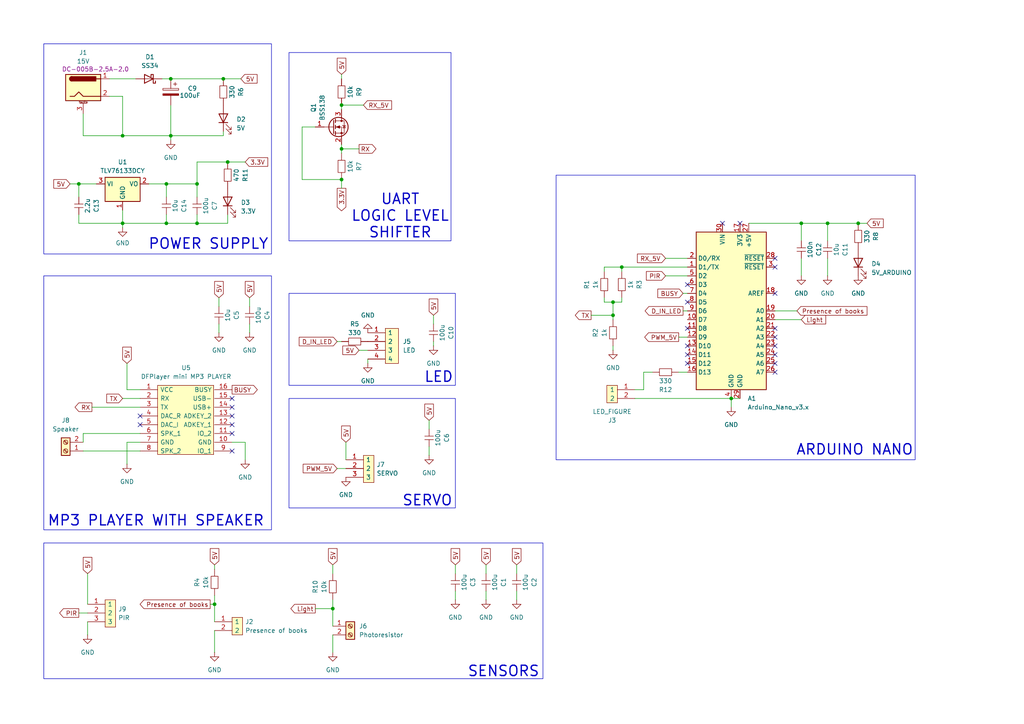
<source format=kicad_sch>
(kicad_sch (version 20231120) (generator "eeschema") (generator_version "8.0")
  (paper "A4")
  (title_block (title "Strażnik książek - PROJEKT SEM") (date "30.03.2025") (company "Politechnika Wrocławska"))
  (lib_symbols
    (symbol "Connector:Barrel_Jack_MountingPin" (pin_names hide)
      (property "Reference" "J2" (at 0 10.16 0))
      (property "Value" "15V" (at 0 7.62 0))
      (property "P/N" "DC-005B-2.5A-2.0" (at 3.556 5.334 0))
      (symbol "Barrel_Jack_MountingPin_0_1"
        (rectangle (start -5.08 3.81) (end 5.08 -3.81) (stroke (width 0.254)) (fill (type background)))
        (arc (start -3.302 3.175) (mid -3.9343 2.54) (end -3.302 1.905) (stroke (width 0.254)))
        (arc (start -3.302 3.175) (mid -3.9343 2.54) (end -3.302 1.905) (stroke (width 0.254)) (fill (type outline)))
        (polyline (pts (xy 5.08 2.54) (xy 3.81 2.54)) (stroke (width 0.254)))
        (polyline (pts (xy -3.81 -2.54) (xy -2.54 -2.54) (xy -1.27 -1.27) (xy 0 -2.54) (xy 2.54 -2.54) (xy 5.08 -2.54)) (stroke (width 0.254)))
        (rectangle (start 3.683 3.175) (end -3.302 1.905) (stroke (width 0.254)) (fill (type outline)))
      )
      (symbol "Barrel_Jack_MountingPin_1_1"
        (polyline (pts (xy -1.016 -4.572) (xy 1.016 -4.572)) (stroke (width 0.1524)))
        (text "Mounting" (at 0 -4.191 0) (effects (font (size 0.381 0.381))))
        (pin passive line (at 7.62 2.54 180) (length 2.54) (name "~") (number "1"))
        (pin passive line (at 7.62 -2.54 180) (length 2.54) (name "~") (number "2"))
        (pin passive line (at 0 -7.62 90) (length 3.048) (name "MountPin") (number "3"))
      )
    )
    (symbol "DFPlayer mini MP3 PLAYER_1" (pin_names (offset 0.762))
      (property "Reference" "U5" (at 13.335 6.35 0))
      (property "Value" "DFPlayer mini MP3 PLAYER" (at 13.335 3.81 0))
      (symbol "DFPlayer mini MP3 PLAYER_1_1_0"
        (pin passive line (at 0 0 0) (length 5.08) (name "VCC") (number "1"))
        (pin passive line (at 26.67 -15.24 180) (length 5.08) (name "GND") (number "10"))
        (pin passive line (at 26.67 -12.7 180) (length 5.08) (name "IO_2") (number "11"))
        (pin passive line (at 26.67 -10.16 180) (length 5.08) (name "ADKEY_1") (number "12"))
        (pin passive line (at 26.67 -7.62 180) (length 5.08) (name "ADKEY_2") (number "13"))
        (pin passive line (at 26.67 -5.08 180) (length 5.08) (name "USB+") (number "14"))
        (pin passive line (at 26.67 -2.54 180) (length 5.08) (name "USB-") (number "15"))
        (pin passive line (at 26.67 0 180) (length 5.08) (name "BUSY") (number "16"))
        (pin passive line (at 0 -2.54 0) (length 5.08) (name "RX") (number "2"))
        (pin passive line (at 0 -5.08 0) (length 5.08) (name "TX") (number "3"))
        (pin passive line (at 0 -7.62 0) (length 5.08) (name "DAC_R") (number "4"))
        (pin passive line (at 0 -10.16 0) (length 5.08) (name "DAC_I") (number "5"))
        (pin passive line (at 0 -12.7 0) (length 5.08) (name "SPK_1") (number "6"))
        (pin passive line (at 0 -15.24 0) (length 5.08) (name "GND") (number "7"))
        (pin passive line (at 0 -17.78 0) (length 5.08) (name "SPK_2") (number "8"))
        (pin passive line (at 26.67 -17.78 180) (length 5.08) (name "IO_1") (number "9"))
      )
      (symbol "DFPlayer mini MP3 PLAYER_1_1_1"
        (rectangle (start 5.08 1.27) (end 21.336 -18.796) (fill (type background)))
      )
    )
    (symbol "Device:C_Polarized" (pin_numbers hide) (pin_names (offset 0.254))
      (property "Reference" "C" (at 0.635 2.54 0))
      (property "Value" "C_Polarized" (at 0.635 -2.54 0))
      (symbol "C_Polarized_0_1"
        (rectangle (start -2.286 0.508) (end 2.286 1.016))
        (polyline (pts (xy -1.778 2.286) (xy -0.762 2.286)))
        (polyline (pts (xy -1.27 2.794) (xy -1.27 1.778)))
        (rectangle (start 2.286 -0.508) (end -2.286 -1.016) (fill (type outline)))
      )
      (symbol "C_Polarized_1_1"
        (pin passive line (at 0 3.81 270) (length 2.794) (name "~") (number "1"))
        (pin passive line (at 0 -3.81 90) (length 2.794) (name "~") (number "2"))
      )
    )
    (symbol "Diode:SS34" (pin_numbers hide) (pin_names (offset 1.016) hide)
      (property "Reference" "D" (at 0 2.54 0))
      (property "Value" "SS34" (at 0 -2.54 0))
      (symbol "SS34_0_1"
        (polyline (pts (xy 1.27 0) (xy -1.27 0)))
        (polyline (pts (xy 1.27 1.27) (xy 1.27 -1.27) (xy -1.27 0) (xy 1.27 1.27)) (stroke (width 0.254)))
        (polyline (pts (xy -1.905 0.635) (xy -1.905 1.27) (xy -1.27 1.27) (xy -1.27 -1.27) (xy -0.635 -1.27) (xy -0.635 -0.635)) (stroke (width 0.254)))
      )
      (symbol "SS34_1_1"
        (pin passive line (at -3.81 0 0) (length 2.54) (name "K") (number "1"))
        (pin passive line (at 3.81 0 180) (length 2.54) (name "A") (number "2"))
      )
    )
    (symbol "MCU_Module:Arduino_Nano_v3.x"
      (property "Reference" "A" (at -10.16 23.495 0))
      (property "Value" "Arduino_Nano_v3.x" (at 5.08 -24.13 0))
      (symbol "Arduino_Nano_v3.x_0_1"
        (rectangle (start -10.16 22.86) (end 10.16 -22.86) (stroke (width 0.254)) (fill (type background)))
      )
      (symbol "Arduino_Nano_v3.x_1_1"
        (pin bidirectional line (at -12.7 12.7 0) (length 2.54) (name "D1/TX") (number "1"))
        (pin bidirectional line (at -12.7 -2.54 0) (length 2.54) (name "D7") (number "10"))
        (pin bidirectional line (at -12.7 -5.08 0) (length 2.54) (name "D8") (number "11"))
        (pin bidirectional line (at -12.7 -7.62 0) (length 2.54) (name "D9") (number "12"))
        (pin bidirectional line (at -12.7 -10.16 0) (length 2.54) (name "D10") (number "13"))
        (pin bidirectional line (at -12.7 -12.7 0) (length 2.54) (name "D11") (number "14"))
        (pin bidirectional line (at -12.7 -15.24 0) (length 2.54) (name "D12") (number "15"))
        (pin bidirectional line (at -12.7 -17.78 0) (length 2.54) (name "D13") (number "16"))
        (pin power_out line (at 2.54 25.4 270) (length 2.54) (name "3V3") (number "17"))
        (pin input line (at 12.7 5.08 180) (length 2.54) (name "AREF") (number "18"))
        (pin bidirectional line (at 12.7 0 180) (length 2.54) (name "A0") (number "19"))
        (pin bidirectional line (at -12.7 15.24 0) (length 2.54) (name "D0/RX") (number "2"))
        (pin bidirectional line (at 12.7 -2.54 180) (length 2.54) (name "A1") (number "20"))
        (pin bidirectional line (at 12.7 -5.08 180) (length 2.54) (name "A2") (number "21"))
        (pin bidirectional line (at 12.7 -7.62 180) (length 2.54) (name "A3") (number "22"))
        (pin bidirectional line (at 12.7 -10.16 180) (length 2.54) (name "A4") (number "23"))
        (pin bidirectional line (at 12.7 -12.7 180) (length 2.54) (name "A5") (number "24"))
        (pin bidirectional line (at 12.7 -15.24 180) (length 2.54) (name "A6") (number "25"))
        (pin bidirectional line (at 12.7 -17.78 180) (length 2.54) (name "A7") (number "26"))
        (pin power_out line (at 5.08 25.4 270) (length 2.54) (name "+5V") (number "27"))
        (pin input line (at 12.7 15.24 180) (length 2.54) (name "~{RESET}") (number "28"))
        (pin power_in line (at 2.54 -25.4 90) (length 2.54) (name "GND") (number "29"))
        (pin input line (at 12.7 12.7 180) (length 2.54) (name "~{RESET}") (number "3"))
        (pin power_in line (at -2.54 25.4 270) (length 2.54) (name "VIN") (number "30"))
        (pin power_in line (at 0 -25.4 90) (length 2.54) (name "GND") (number "4"))
        (pin bidirectional line (at -12.7 10.16 0) (length 2.54) (name "D2") (number "5"))
        (pin bidirectional line (at -12.7 7.62 0) (length 2.54) (name "D3") (number "6"))
        (pin bidirectional line (at -12.7 5.08 0) (length 2.54) (name "D4") (number "7"))
        (pin bidirectional line (at -12.7 2.54 0) (length 2.54) (name "D5") (number "8"))
        (pin bidirectional line (at -12.7 0 0) (length 2.54) (name "D6") (number "9"))
      )
    )
    (symbol "Regulator_Linear:TLV76133DCY"
      (property "Reference" "U" (at -7.62 6.35 0))
      (property "Value" "TLV76133DCY" (at -1.27 6.35 0))
      (symbol "TLV76133DCY_0_1"
        (rectangle (start -5.08 -5.08) (end 5.08 1.905) (stroke (width 0.254)) (fill (type background)))
      )
      (symbol "TLV76133DCY_1_1"
        (pin power_in line (at 0 -7.62 90) (length 2.54) (name "GND") (number "1"))
        (pin power_out line (at 7.62 0 180) (length 2.54) (name "VO") (number "2"))
        (pin power_in line (at -7.62 0 0) (length 2.54) (name "VI") (number "3"))
      )
    )
    (symbol "Transistor_FET:BSS138" (pin_names hide)
      (property "Reference" "Q" (at 5.08 1.905 0))
      (property "Value" "BSS138" (at 5.08 0 0))
      (symbol "BSS138_0_1"
        (polyline (pts (xy 0.254 0) (xy -2.54 0)))
        (polyline (pts (xy 0.254 1.905) (xy 0.254 -1.905)) (stroke (width 0.254)))
        (polyline (pts (xy 0.762 -1.27) (xy 0.762 -2.286)) (stroke (width 0.254)))
        (polyline (pts (xy 0.762 0.508) (xy 0.762 -0.508)) (stroke (width 0.254)))
        (polyline (pts (xy 0.762 2.286) (xy 0.762 1.27)) (stroke (width 0.254)))
        (polyline (pts (xy 2.54 2.54) (xy 2.54 1.778)))
        (polyline (pts (xy 2.54 -2.54) (xy 2.54 0) (xy 0.762 0)))
        (polyline (pts (xy 0.762 -1.778) (xy 3.302 -1.778) (xy 3.302 1.778) (xy 0.762 1.778)))
        (polyline (pts (xy 1.016 0) (xy 2.032 0.381) (xy 2.032 -0.381) (xy 1.016 0)) (fill (type outline)))
        (polyline (pts (xy 2.794 0.508) (xy 2.921 0.381) (xy 3.683 0.381) (xy 3.81 0.254)))
        (polyline (pts (xy 3.302 0.381) (xy 2.921 -0.254) (xy 3.683 -0.254) (xy 3.302 0.381)))
        (circle (center 1.651 0) (radius 2.794) (stroke (width 0.254)))
        (circle (center 2.54 -1.778) (radius 0.254) (fill (type outline)))
        (circle (center 2.54 1.778) (radius 0.254) (fill (type outline)))
      )
      (symbol "BSS138_1_1"
        (pin input line (at -5.08 0 0) (length 2.54) (name "G") (number "1"))
        (pin passive line (at 2.54 -5.08 90) (length 2.54) (name "S") (number "2"))
        (pin passive line (at 2.54 5.08 270) (length 2.54) (name "D") (number "3"))
      )
    )
    (symbol "moja_biblioteka:LED_SMD" (pin_numbers hide) (pin_names (offset 1.016) hide)
      (property "Reference" "D" (at 0 2.54 0))
      (property "Value" "LED_SMD" (at 0 -2.54 0))
      (symbol "LED_SMD_0_1"
        (polyline (pts (xy -1.27 -1.27) (xy -1.27 1.27)) (stroke (width 0.254)))
        (polyline (pts (xy -1.27 0) (xy 1.27 0)))
        (polyline (pts (xy 1.27 -1.27) (xy 1.27 1.27) (xy -1.27 0) (xy 1.27 -1.27)) (stroke (width 0.254)))
        (polyline (pts (xy -3.048 -0.762) (xy -4.572 -2.286) (xy -3.81 -2.286) (xy -4.572 -2.286) (xy -4.572 -1.524)))
        (polyline (pts (xy -1.778 -0.762) (xy -3.302 -2.286) (xy -2.54 -2.286) (xy -3.302 -2.286) (xy -3.302 -1.524)))
      )
      (symbol "LED_SMD_1_1"
        (pin passive line (at -3.81 0 0) (length 2.54) (name "K") (number "1"))
        (pin passive line (at 3.81 0 180) (length 2.54) (name "A") (number "2"))
      )
    )
    (symbol "moja_biblioteka:Screw_Terminal_01x02" (pin_names (offset 1.016) hide)
      (property "Reference" "J2" (at 2.54 0.0001 0))
      (property "Value" "Screw_Terminal_01x02" (at 2.54 -2.5399 0))
      (symbol "Screw_Terminal_01x02_1_1"
        (rectangle (start -1.27 1.27) (end 1.27 -3.81) (stroke (width 0.254)) (fill (type background)))
        (circle (center 0 -2.54) (radius 0.635) (stroke (width 0.1524)))
        (polyline (pts (xy -0.5334 -2.2098) (xy 0.3302 -3.048)) (stroke (width 0.1524)))
        (polyline (pts (xy -0.5334 0.3302) (xy 0.3302 -0.508)) (stroke (width 0.1524)))
        (polyline (pts (xy -0.3556 -2.032) (xy 0.508 -2.8702)) (stroke (width 0.1524)))
        (polyline (pts (xy -0.3556 0.508) (xy 0.508 -0.3302)) (stroke (width 0.1524)))
        (circle (center 0 0) (radius 0.635) (stroke (width 0.1524)))
        (pin passive line (at -5.08 0 0) (length 3.81) (name "Pin_1") (number "1"))
        (pin passive line (at -5.08 -2.54 0) (length 3.81) (name "Pin_2") (number "2"))
      )
    )
    (symbol "moja_biblioteka:cap_0603" (pin_numbers hide) (pin_names hide)
      (property "Reference" "C" (at 0.508 3.556 0))
      (symbol "cap_0603_0_1"
        (polyline (pts (xy 0.762 1.27) (xy 0.762 -1.27)))
        (polyline (pts (xy 1.778 1.27) (xy 1.778 -1.27)))
      )
      (symbol "cap_0603_1_1"
        (pin input line (at -1.27 0 0) (length 2) (name "") (number "1"))
        (pin output line (at 3.81 0 180) (length 2) (name "") (number "2"))
      )
    )
    (symbol "moja_biblioteka:pin_con_2_female" (pin_names (offset 0.762))
      (property "Reference" "J" (at 16.51 7.62 0))
      (property "Value" "pin_con_8_female" (at 16.51 5.08 0))
      (symbol "pin_con_2_female_0_0"
        (pin passive line (at 0 0 0) (length 5.08) (name "1") (number "1"))
        (pin passive line (at 0 -2.54 0) (length 5.08) (name "2") (number "2"))
      )
      (symbol "pin_con_2_female_1_1"
        (rectangle (start 5.08 1.27) (end 8.128 -3.81) (fill (type background)))
      )
    )
    (symbol "moja_biblioteka:pin_con_3_female" (pin_names (offset 0.762))
      (property "Reference" "J" (at 16.51 7.62 0))
      (property "Value" "pin_con_8_female" (at 16.51 5.08 0))
      (symbol "pin_con_3_female_0_0"
        (pin passive line (at 0 0 0) (length 5.08) (name "1") (number "1"))
        (pin passive line (at 0 -2.54 0) (length 5.08) (name "2") (number "2"))
        (pin passive line (at 0 -5.08 0) (length 5.08) (name "3") (number "3"))
      )
      (symbol "pin_con_3_female_1_1"
        (rectangle (start 5.08 1.27) (end 8.128 -6.604) (fill (type background)))
      )
    )
    (symbol "moja_biblioteka:pin_con_4_female" (pin_names (offset 0.762))
      (property "Reference" "J" (at 16.51 7.62 0))
      (property "Value" "pin_con_8_female" (at 16.51 5.08 0))
      (symbol "pin_con_4_female_0_0"
        (pin passive line (at 0 0 0) (length 5.08) (name "1") (number "1"))
        (pin passive line (at 0 -2.54 0) (length 5.08) (name "2") (number "2"))
        (pin passive line (at 0 -5.08 0) (length 5.08) (name "3") (number "3"))
        (pin passive line (at 0 -7.62 0) (length 5.08) (name "4") (number "4"))
      )
      (symbol "pin_con_4_female_1_1"
        (rectangle (start 5.08 1.27) (end 8.89 -8.89) (fill (type background)))
      )
    )
    (symbol "moja_biblioteka:res_0603" (pin_numbers hide) (pin_names hide)
      (property "Reference" "R" (at 0.254 3.048 0))
      (symbol "res_0603_0_1"
        (polyline (pts (xy 1.27 -1.016) (xy 4.318 -1.016) (xy 4.318 1.016) (xy 0.762 1.016) (xy 0.762 -1.016) (xy 1.27 -1.016)))
      )
      (symbol "res_0603_1_1"
        (pin input line (at -1.27 0 0) (length 2) (name "") (number "1"))
        (pin output line (at 6.35 0 180) (length 2) (name "") (number "2"))
      )
    )
    (symbol "power:GND" (power) (pin_numbers hide) (pin_names (offset 0) hide)
      (property "Value" "GND" (at 0 -3.81 0))
      (symbol "GND_0_1"
        (polyline (pts (xy 0 0) (xy 0 -1.27) (xy 1.27 -1.27) (xy 0 -2.54) (xy -1.27 -1.27) (xy 0 -1.27)))
      )
      (symbol "GND_1_1"
        (pin power_in line (at 0 0 270) (length 0) (name "~") (number "1"))
      )
    )
  )
  (junction (at 99.06 43.18))
  (junction (at 49.53 39.37))
  (junction (at 48.26 64.77))
  (junction (at 212.09 115.57))
  (junction (at 35.56 39.37))
  (junction (at 35.56 64.77))
  (junction (at 177.8 91.44))
  (junction (at 66.04 46.99))
  (junction (at 248.92 64.77))
  (junction (at 57.15 64.77))
  (junction (at 49.53 22.86))
  (junction (at 96.52 176.53))
  (junction (at 62.23 175.26))
  (junction (at 180.34 77.47))
  (junction (at 240.03 64.77))
  (junction (at 22.86 53.34))
  (junction (at 99.06 52.07))
  (junction (at 232.41 64.77))
  (junction (at 48.26 53.34))
  (junction (at 177.8 87.63))
  (junction (at 64.77 22.86))
  (junction (at 57.15 53.34))
  (junction (at 99.06 30.48))
  (no_connect (at 199.39 82.55))
  (no_connect (at 199.39 95.25))
  (no_connect (at 224.79 85.09))
  (no_connect (at 224.79 102.87))
  (no_connect (at 67.31 120.65))
  (no_connect (at 67.31 115.57))
  (no_connect (at 67.31 130.81))
  (no_connect (at 199.39 100.33))
  (no_connect (at 224.79 107.95))
  (no_connect (at 224.79 95.25))
  (no_connect (at 199.39 87.63))
  (no_connect (at 209.55 64.77))
  (no_connect (at 224.79 105.41))
  (no_connect (at 224.79 97.79))
  (no_connect (at 40.64 123.19))
  (no_connect (at 199.39 102.87))
  (no_connect (at 224.79 100.33))
  (no_connect (at 40.64 120.65))
  (no_connect (at 224.79 74.93))
  (no_connect (at 67.31 123.19))
  (no_connect (at 199.39 105.41))
  (no_connect (at 214.63 64.77))
  (no_connect (at 67.31 125.73))
  (no_connect (at 67.31 118.11))
  (no_connect (at 224.79 77.47))
  (wire (pts (xy 217.17 64.77) (xy 232.41 64.77)))
  (wire (pts (xy 35.56 115.57) (xy 40.64 115.57)))
  (wire (pts (xy 99.06 22.86) (xy 99.06 21.59)))
  (wire (pts (xy 99.06 43.18) (xy 99.06 44.45)))
  (wire (pts (xy 48.26 53.34) (xy 48.26 57.15)))
  (wire (pts (xy 177.8 100.33) (xy 177.8 101.6)))
  (wire (pts (xy 25.4 166.37) (xy 25.4 175.26)))
  (wire (pts (xy 186.69 113.03) (xy 184.15 113.03)))
  (wire (pts (xy 63.5 86.36) (xy 63.5 88.9)))
  (wire (pts (xy 99.06 52.07) (xy 99.06 54.61)))
  (wire (pts (xy 57.15 46.99) (xy 66.04 46.99)))
  (wire (pts (xy 62.23 163.83) (xy 62.23 165.1)))
  (wire (pts (xy 31.75 27.94) (xy 35.56 27.94)))
  (wire (pts (xy 232.41 64.77) (xy 232.41 69.85)))
  (wire (pts (xy 124.46 129.54) (xy 124.46 132.08)))
  (wire (pts (xy 35.56 60.96) (xy 35.56 64.77)))
  (wire (pts (xy 232.41 74.93) (xy 232.41 80.01)))
  (wire (pts (xy 149.86 171.45) (xy 149.86 173.99)))
  (wire (pts (xy 175.26 87.63) (xy 175.26 86.36)))
  (wire (pts (xy 106.68 105.41) (xy 106.68 104.14)))
  (wire (pts (xy 57.15 53.34) (xy 57.15 57.15)))
  (wire (pts (xy 35.56 27.94) (xy 35.56 39.37)))
  (wire (pts (xy 72.39 93.98) (xy 72.39 96.52)))
  (wire (pts (xy 49.53 22.86) (xy 64.77 22.86)))
  (wire (pts (xy 132.08 163.83) (xy 132.08 166.37)))
  (wire (pts (xy 67.31 128.27) (xy 71.12 128.27)))
  (wire (pts (xy 140.97 163.83) (xy 140.97 166.37)))
  (wire (pts (xy 175.26 87.63) (xy 177.8 87.63)))
  (wire (pts (xy 240.03 64.77) (xy 248.92 64.77)))
  (wire (pts (xy 198.12 90.17) (xy 199.39 90.17)))
  (wire (pts (xy 105.41 30.48) (xy 99.06 30.48)))
  (wire (pts (xy 24.13 39.37) (xy 35.56 39.37)))
  (wire (pts (xy 64.77 39.37) (xy 64.77 38.1)))
  (wire (pts (xy 196.85 97.79) (xy 199.39 97.79)))
  (wire (pts (xy 175.26 78.74) (xy 175.26 77.47)))
  (wire (pts (xy 180.34 87.63) (xy 180.34 86.36)))
  (wire (pts (xy 57.15 62.23) (xy 57.15 64.77)))
  (wire (pts (xy 171.45 91.44) (xy 177.8 91.44)))
  (wire (pts (xy 177.8 87.63) (xy 177.8 91.44)))
  (wire (pts (xy 91.44 176.53) (xy 96.52 176.53)))
  (wire (pts (xy 24.13 39.37) (xy 24.13 33.02)))
  (wire (pts (xy 31.75 22.86) (xy 39.37 22.86)))
  (wire (pts (xy 97.79 99.06) (xy 99.06 99.06)))
  (wire (pts (xy 49.53 39.37) (xy 64.77 39.37)))
  (wire (pts (xy 248.92 64.77) (xy 251.46 64.77)))
  (wire (pts (xy 66.04 46.99) (xy 71.12 46.99)))
  (wire (pts (xy 104.14 101.6) (xy 106.68 101.6)))
  (wire (pts (xy 66.04 62.23) (xy 66.04 64.77)))
  (wire (pts (xy 26.67 118.11) (xy 40.64 118.11)))
  (wire (pts (xy 22.86 53.34) (xy 22.86 57.15)))
  (wire (pts (xy 64.77 22.86) (xy 69.85 22.86)))
  (wire (pts (xy 177.8 91.44) (xy 177.8 92.71)))
  (wire (pts (xy 149.86 163.83) (xy 149.86 166.37)))
  (wire (pts (xy 91.44 36.83) (xy 87.63 36.83)))
  (wire (pts (xy 212.09 115.57) (xy 212.09 118.11)))
  (wire (pts (xy 125.73 91.44) (xy 125.73 93.98)))
  (wire (pts (xy 46.99 22.86) (xy 49.53 22.86)))
  (wire (pts (xy 125.73 99.06) (xy 125.73 100.33)))
  (wire (pts (xy 57.15 64.77) (xy 48.26 64.77)))
  (wire (pts (xy 40.64 128.27) (xy 36.83 128.27)))
  (wire (pts (xy 24.13 128.27) (xy 24.13 125.73)))
  (wire (pts (xy 22.86 53.34) (xy 27.94 53.34)))
  (wire (pts (xy 72.39 86.36) (xy 72.39 88.9)))
  (wire (pts (xy 184.15 115.57) (xy 212.09 115.57)))
  (wire (pts (xy 35.56 64.77) (xy 22.86 64.77)))
  (wire (pts (xy 36.83 113.03) (xy 40.64 113.03)))
  (wire (pts (xy 96.52 163.83) (xy 96.52 166.37)))
  (wire (pts (xy 62.23 175.26) (xy 62.23 180.34)))
  (wire (pts (xy 224.79 92.71) (xy 232.41 92.71)))
  (wire (pts (xy 193.04 74.93) (xy 199.39 74.93)))
  (wire (pts (xy 49.53 30.48) (xy 49.53 39.37)))
  (wire (pts (xy 212.09 115.57) (xy 214.63 115.57)))
  (wire (pts (xy 193.04 80.01) (xy 199.39 80.01)))
  (wire (pts (xy 180.34 77.47) (xy 199.39 77.47)))
  (wire (pts (xy 96.52 184.15) (xy 96.52 189.23)))
  (wire (pts (xy 140.97 171.45) (xy 140.97 173.99)))
  (wire (pts (xy 186.69 107.95) (xy 186.69 113.03)))
  (wire (pts (xy 196.85 107.95) (xy 199.39 107.95)))
  (wire (pts (xy 63.5 93.98) (xy 63.5 96.52)))
  (wire (pts (xy 60.96 175.26) (xy 62.23 175.26)))
  (wire (pts (xy 180.34 78.74) (xy 180.34 77.47)))
  (wire (pts (xy 99.06 31.75) (xy 99.06 30.48)))
  (wire (pts (xy 87.63 36.83) (xy 87.63 52.07)))
  (wire (pts (xy 62.23 182.88) (xy 62.23 189.23)))
  (wire (pts (xy 49.53 39.37) (xy 49.53 40.64)))
  (wire (pts (xy 97.79 135.89) (xy 100.33 135.89)))
  (wire (pts (xy 71.12 128.27) (xy 71.12 133.35)))
  (wire (pts (xy 189.23 107.95) (xy 186.69 107.95)))
  (wire (pts (xy 104.14 43.18) (xy 99.06 43.18)))
  (wire (pts (xy 124.46 121.92) (xy 124.46 124.46)))
  (wire (pts (xy 177.8 87.63) (xy 180.34 87.63)))
  (wire (pts (xy 25.4 184.15) (xy 25.4 180.34)))
  (wire (pts (xy 43.18 53.34) (xy 48.26 53.34)))
  (wire (pts (xy 20.32 53.34) (xy 22.86 53.34)))
  (wire (pts (xy 96.52 176.53) (xy 96.52 181.61)))
  (wire (pts (xy 66.04 64.77) (xy 57.15 64.77)))
  (wire (pts (xy 175.26 77.47) (xy 180.34 77.47)))
  (wire (pts (xy 198.12 85.09) (xy 199.39 85.09)))
  (wire (pts (xy 22.86 177.8) (xy 25.4 177.8)))
  (wire (pts (xy 24.13 125.73) (xy 40.64 125.73)))
  (wire (pts (xy 48.26 53.34) (xy 57.15 53.34)))
  (wire (pts (xy 99.06 41.91) (xy 99.06 43.18)))
  (wire (pts (xy 36.83 128.27) (xy 36.83 134.62)))
  (wire (pts (xy 224.79 90.17) (xy 231.14 90.17)))
  (wire (pts (xy 22.86 62.23) (xy 22.86 64.77)))
  (wire (pts (xy 87.63 52.07) (xy 99.06 52.07)))
  (wire (pts (xy 240.03 64.77) (xy 240.03 69.85)))
  (wire (pts (xy 96.52 173.99) (xy 96.52 176.53)))
  (wire (pts (xy 57.15 46.99) (xy 57.15 53.34)))
  (wire (pts (xy 100.33 128.27) (xy 100.33 133.35)))
  (wire (pts (xy 35.56 64.77) (xy 35.56 66.04)))
  (wire (pts (xy 240.03 74.93) (xy 240.03 80.01)))
  (wire (pts (xy 132.08 171.45) (xy 132.08 173.99)))
  (wire (pts (xy 62.23 172.72) (xy 62.23 175.26)))
  (wire (pts (xy 48.26 62.23) (xy 48.26 64.77)))
  (wire (pts (xy 35.56 64.77) (xy 48.26 64.77)))
  (wire (pts (xy 232.41 64.77) (xy 240.03 64.77)))
  (wire (pts (xy 36.83 105.41) (xy 36.83 113.03)))
  (wire (pts (xy 40.64 130.81) (xy 24.13 130.81)))
  (wire (pts (xy 35.56 39.37) (xy 49.53 39.37)))
  (rectangle (start 83.82 85.09) (end 132.08 111.76))
  (rectangle (start 12.7 80.01) (end 78.74 153.67))
  (rectangle (start 83.82 115.57) (end 132.08 147.32))
  (rectangle (start 161.29 50.8) (end 265.43 133.35))
  (rectangle (start 12.7 157.48) (end 157.48 196.85))
  (rectangle (start 12.7 12.7) (end 78.74 73.66))
  (rectangle (start 83.82 15.24) (end 130.81 69.85))
  (text "MP3 PLAYER WITH SPEAKER" (at 45.212 151.13 0) (effects (font (size 3 3) (thickness 0.375))))
  (text "LED" (at 127.254 109.474 0) (effects (font (size 3 3) (thickness 0.375))))
  (text "ARDUINO NANO" (at 247.904 130.556 0) (effects (font (size 3 3) (thickness 0.375))))
  (text "SERVO" (at 123.952 145.288 0) (effects (font (size 3 3) (thickness 0.375))))
  (text "SENSORS" (at 146.05 194.818 0) (effects (font (size 3 3) (thickness 0.375))))
  (text "POWER SUPPLY" (at 60.452 70.866 0) (effects (font (size 3 3) (thickness 0.375))))
  (text "UART\nLOGIC LEVEL\nSHIFTER" (at 116.078 62.738 0) (effects (font (size 3 3) (thickness 0.375))))
  (global_label "D_IN_LED" (shape input) (at 97.79 99.06 180) (property "Intersheetrefs" "${INTERSHEET_REFS}" (effects (hide yes))))
  (global_label "5V" (shape input) (at 149.86 163.83 90) (property "Intersheetrefs" "${INTERSHEET_REFS}" (effects (hide yes))))
  (global_label "Light" (shape output) (at 91.44 176.53 180) (property "Intersheetrefs" "${INTERSHEET_REFS}" (effects (hide yes))))
  (global_label "PIR" (shape input) (at 193.04 80.01 180) (property "Intersheetrefs" "${INTERSHEET_REFS}" (effects (hide yes))))
  (global_label "TX" (shape input) (at 35.56 115.57 180) (property "Intersheetrefs" "${INTERSHEET_REFS}" (effects (hide yes))))
  (global_label "5V" (shape input) (at 125.73 91.44 90) (property "Intersheetrefs" "${INTERSHEET_REFS}" (effects (hide yes))))
  (global_label "5V" (shape input) (at 62.23 163.83 90) (property "Intersheetrefs" "${INTERSHEET_REFS}" (effects (hide yes))))
  (global_label "TX" (shape output) (at 171.45 91.44 180) (property "Intersheetrefs" "${INTERSHEET_REFS}" (effects (hide yes))))
  (global_label "5V" (shape input) (at 20.32 53.34 180) (property "Intersheetrefs" "${INTERSHEET_REFS}" (effects (hide yes))))
  (global_label "3.3V" (shape output) (at 99.06 54.61 270) (property "Intersheetrefs" "${INTERSHEET_REFS}" (effects (hide yes))))
  (global_label "5V" (shape input) (at 25.4 166.37 90) (property "Intersheetrefs" "${INTERSHEET_REFS}" (effects (hide yes))))
  (global_label "RX_5V" (shape input) (at 105.41 30.48 0) (property "Intersheetrefs" "${INTERSHEET_REFS}" (effects (hide yes))))
  (global_label "5V" (shape input) (at 96.52 163.83 90) (property "Intersheetrefs" "${INTERSHEET_REFS}" (effects (hide yes))))
  (global_label "PWM_5V" (shape output) (at 196.85 97.79 180) (property "Intersheetrefs" "${INTERSHEET_REFS}" (effects (hide yes))))
  (global_label "5V" (shape input) (at 124.46 121.92 90) (property "Intersheetrefs" "${INTERSHEET_REFS}" (effects (hide yes))))
  (global_label "Presence of books" (shape input) (at 231.14 90.17 0) (property "Intersheetrefs" "${INTERSHEET_REFS}" (effects (hide yes))))
  (global_label "PWM_5V" (shape input) (at 97.79 135.89 180) (property "Intersheetrefs" "${INTERSHEET_REFS}" (effects (hide yes))))
  (global_label "5V" (shape input) (at 140.97 163.83 90) (property "Intersheetrefs" "${INTERSHEET_REFS}" (effects (hide yes))))
  (global_label "5V" (shape input) (at 100.33 128.27 90) (property "Intersheetrefs" "${INTERSHEET_REFS}" (effects (hide yes))))
  (global_label "5V" (shape input) (at 36.83 105.41 90) (property "Intersheetrefs" "${INTERSHEET_REFS}" (effects (hide yes))))
  (global_label "PIR" (shape output) (at 22.86 177.8 180) (property "Intersheetrefs" "${INTERSHEET_REFS}" (effects (hide yes))))
  (global_label "BUSY" (shape input) (at 198.12 85.09 180) (property "Intersheetrefs" "${INTERSHEET_REFS}" (effects (hide yes))))
  (global_label "5V" (shape input) (at 132.08 163.83 90) (property "Intersheetrefs" "${INTERSHEET_REFS}" (effects (hide yes))))
  (global_label "5V" (shape input) (at 69.85 22.86 0) (property "Intersheetrefs" "${INTERSHEET_REFS}" (effects (hide yes))))
  (global_label "RX" (shape output) (at 26.67 118.11 180) (property "Intersheetrefs" "${INTERSHEET_REFS}" (effects (hide yes))))
  (global_label "5V" (shape input) (at 63.5 86.36 90) (property "Intersheetrefs" "${INTERSHEET_REFS}" (effects (hide yes))))
  (global_label "5V" (shape input) (at 99.06 21.59 90) (property "Intersheetrefs" "${INTERSHEET_REFS}" (effects (hide yes))))
  (global_label "RX" (shape output) (at 104.14 43.18 0) (property "Intersheetrefs" "${INTERSHEET_REFS}" (effects (hide yes))))
  (global_label "Light" (shape input) (at 232.41 92.71 0) (property "Intersheetrefs" "${INTERSHEET_REFS}" (effects (hide yes))))
  (global_label "D_IN_LED" (shape output) (at 198.12 90.17 180) (property "Intersheetrefs" "${INTERSHEET_REFS}" (effects (hide yes))))
  (global_label "3.3V" (shape input) (at 71.12 46.99 0) (property "Intersheetrefs" "${INTERSHEET_REFS}" (effects (hide yes))))
  (global_label "5V" (shape input) (at 251.46 64.77 0) (property "Intersheetrefs" "${INTERSHEET_REFS}" (effects (hide yes))))
  (global_label "Presence of books" (shape output) (at 60.96 175.26 180) (property "Intersheetrefs" "${INTERSHEET_REFS}" (effects (hide yes))))
  (global_label "5V" (shape input) (at 72.39 86.36 90) (property "Intersheetrefs" "${INTERSHEET_REFS}" (effects (hide yes))))
  (global_label "RX_5V" (shape input) (at 193.04 74.93 180) (property "Intersheetrefs" "${INTERSHEET_REFS}" (effects (hide yes))))
  (global_label "5V" (shape input) (at 104.14 101.6 180) (property "Intersheetrefs" "${INTERSHEET_REFS}" (effects (hide yes))))
  (global_label "BUSY" (shape output) (at 67.31 113.03 0) (property "Intersheetrefs" "${INTERSHEET_REFS}" (effects (hide yes))))
  (symbol (lib_id "moja_biblioteka:cap_0603") (at 132.08 167.64 90) (mirror x) (unit 1)
    (property "Reference" "C3" (at 137.16 168.91 0))
    (property "Value" "100u" (at 134.62 168.91 0))
    (property "Footprint" "moja_biblioteka:cap_0603" (effects (hide yes)))
  )
  (symbol (lib_id "moja_biblioteka:cap_0603") (at 240.03 71.12 90) (mirror x) (unit 1)
    (property "Reference" "C11" (at 245.11 72.39 0))
    (property "Value" "10u" (at 242.57 72.39 0))
    (property "Footprint" "moja_biblioteka:cap_0603" (effects (hide yes)))
  )
  (symbol (lib_id "power:GND") (at 149.86 173.99 0) (unit 1)
    (property "Reference" "#PWR06" (effects (hide yes)))
    (property "Value" "GND" (at 149.86 179.07 0))
    (property "Description" "Power symbol creates a global label with name \"GND\" , ground" (effects (hide yes)))
  )
  (symbol (lib_id "moja_biblioteka:cap_0603") (at 149.86 167.64 90) (mirror x) (unit 1)
    (property "Reference" "C2" (at 154.94 168.91 0))
    (property "Value" "100u" (at 152.4 168.91 0))
    (property "Footprint" "moja_biblioteka:cap_0603" (effects (hide yes)))
  )
  (symbol (lib_id "moja_biblioteka:Screw_Terminal_01x02") (at 19.05 130.81 180) (unit 1)
    (property "Reference" "J8" (at 19.05 121.92 0))
    (property "Value" "Speaker" (at 19.05 124.46 0))
    (property "Footprint" "moja_biblioteka:screw_conector" (effects (hide yes)))
    (property "Description" "Generic screw terminal, single row, 01x02, script generated (kicad-library-utils/schlib/autogen/connector/)" (effects (hide yes)))
  )
  (symbol (lib_id "moja_biblioteka:res_0603") (at 64.77 29.21 90) (unit 1)
    (property "Reference" "R6" (at 69.85 26.67 0))
    (property "Value" "330" (at 67.31 26.67 0))
    (property "Footprint" "moja_biblioteka:res_0603" (effects (hide yes)))
  )
  (symbol (lib_id "moja_biblioteka:cap_0603") (at 125.73 95.25 90) (mirror x) (unit 1)
    (property "Reference" "C10" (at 130.81 96.52 0))
    (property "Value" "100u" (at 128.27 96.52 0))
    (property "Footprint" "moja_biblioteka:cap_0603" (effects (hide yes)))
  )
  (symbol (lib_id "power:GND") (at 177.8 101.6 0) (unit 1)
    (property "Reference" "#PWR03" (effects (hide yes)))
    (property "Value" "GND" (at 177.8 106.68 0))
    (property "Description" "Power symbol creates a global label with name \"GND\" , ground" (effects (hide yes)))
  )
  (symbol (lib_name "DFPlayer mini MP3 PLAYER_1") (lib_id "moja_biblioteka:DFPlayer mini MP3 PLAYER") (at 40.64 113.03 0) (unit 1)
    (property "Reference" "U5" (at 53.975 106.68 0))
    (property "Value" "DFPlayer mini MP3 PLAYER" (at 53.975 109.22 0))
    (property "Footprint" "moja_biblioteka:DFPlayer mini MP3 PLAYER" (effects (hide yes)))
    (property "Datasheet" "https://www.we-online.com/catalog/datasheet/61300811821.pdf" (effects (hide yes)))
    (property "Description" "2.54MM SOCKET HEADER, 8 position" (effects (hide yes)))
    (property "Description_1" "2.54MM SOCKET HEADER, 8 position" (effects (hide yes)))
    (property "Height" "8.5" (effects (hide yes)))
    (property "Mouser Part Number" "710-61300811821" (effects (hide yes)))
    (property "Mouser Price/Stock" "https://www.mouser.co.uk/ProductDetail/Wurth-Elektronik/61300811821?qs=ulEaXIWI0c%252BOxrSqc7jVmQ%3D%3D" (effects (hide yes)))
    (property "Manufacturer_Name" "Wurth Elektronik" (effects (hide yes)))
    (property "Manufacturer_Part_Number" "61300811821" (effects (hide yes)))
  )
  (symbol (lib_id "moja_biblioteka:Screw_Terminal_01x02") (at 101.6 181.61 0) (unit 1)
    (property "Reference" "J6" (at 104.14 181.6099 0) (effects (justify left)))
    (property "Value" "Photoresistor" (at 104.14 184.1499 0) (effects (justify left)))
    (property "Footprint" "moja_biblioteka:screw_conector" (effects (hide yes)))
    (property "Description" "Generic screw terminal, single row, 01x02, script generated (kicad-library-utils/schlib/autogen/connector/)" (effects (hide yes)))
  )
  (symbol (lib_id "power:GND") (at 25.4 184.15 0) (unit 1)
    (property "Reference" "#PWR017" (effects (hide yes)))
    (property "Value" "GND" (at 25.4 189.23 0))
    (property "Description" "Power symbol creates a global label with name \"GND\" , ground" (effects (hide yes)))
  )
  (symbol (lib_id "moja_biblioteka:pin_con_2_female") (at 62.23 180.34 0) (unit 1)
    (property "Reference" "J2" (at 71.12 180.3399 0) (effects (justify left)))
    (property "Value" "Presence of books" (at 71.12 182.8799 0) (effects (justify left)))
    (property "Footprint" "moja_biblioteka:pin_con_2_female" (effects (hide yes)))
    (property "Datasheet" "https://www.we-online.com/catalog/datasheet/61300811821.pdf" (effects (hide yes)))
    (property "Description" "2.54MM SOCKET HEADER, 8 position" (effects (hide yes)))
    (property "Description_1" "2.54MM SOCKET HEADER, 8 position" (effects (hide yes)))
    (property "Height" "8.5" (effects (hide yes)))
    (property "Mouser Part Number" "710-61300811821" (effects (hide yes)))
    (property "Mouser Price/Stock" "https://www.mouser.co.uk/ProductDetail/Wurth-Elektronik/61300811821?qs=ulEaXIWI0c%252BOxrSqc7jVmQ%3D%3D" (effects (hide yes)))
    (property "Manufacturer_Name" "Wurth Elektronik" (effects (hide yes)))
    (property "Manufacturer_Part_Number" "61300811821" (effects (hide yes)))
  )
  (symbol (lib_id "moja_biblioteka:res_0603") (at 62.23 171.45 270) (mirror x) (unit 1)
    (property "Reference" "R4" (at 57.15 168.91 0))
    (property "Value" "10k" (at 59.69 168.91 0))
    (property "Footprint" "moja_biblioteka:res_0603" (effects (hide yes)))
  )
  (symbol (lib_id "moja_biblioteka:cap_0603") (at 232.41 71.12 90) (mirror x) (unit 1)
    (property "Reference" "C12" (at 237.49 72.39 0))
    (property "Value" "100n" (at 234.95 72.39 0))
    (property "Footprint" "moja_biblioteka:cap_0603" (effects (hide yes)))
  )
  (symbol (lib_id "moja_biblioteka:res_0603") (at 99.06 29.21 90) (unit 1)
    (property "Reference" "R9" (at 104.14 26.67 0))
    (property "Value" "10k" (at 101.6 26.67 0))
    (property "Footprint" "moja_biblioteka:res_0603" (effects (hide yes)))
  )
  (symbol (lib_id "moja_biblioteka:cap_0603") (at 57.15 58.42 90) (mirror x) (unit 1)
    (property "Reference" "C7" (at 62.23 59.69 0))
    (property "Value" "100u" (at 59.69 59.69 0))
    (property "Footprint" "moja_biblioteka:cap_0603" (effects (hide yes)))
  )
  (symbol (lib_id "moja_biblioteka:cap_0603") (at 72.39 90.17 90) (mirror x) (unit 1)
    (property "Reference" "C4" (at 77.47 91.44 0))
    (property "Value" "100u" (at 74.93 91.44 0))
    (property "Footprint" "moja_biblioteka:cap_0603" (effects (hide yes)))
  )
  (symbol (lib_id "moja_biblioteka:res_0603") (at 195.58 107.95 0) (mirror y) (unit 1)
    (property "Reference" "R12" (at 193.04 113.03 0))
    (property "Value" "330" (at 193.04 110.49 0))
    (property "Footprint" "moja_biblioteka:res_0603" (effects (hide yes)))
  )
  (symbol (lib_id "moja_biblioteka:LED_SMD") (at 66.04 58.42 90) (unit 1)
    (property "Reference" "D3" (at 69.85 58.7374 90) (effects (justify right)))
    (property "Value" "3.3V" (at 69.85 61.2774 90) (effects (justify right)))
    (property "Footprint" "moja_biblioteka:LED_SMD" (effects (hide yes)))
    (property "Description" "Light emitting diode" (effects (hide yes)))
  )
  (symbol (lib_id "power:GND") (at 106.68 96.52 180) (unit 1)
    (property "Reference" "#PWR016" (effects (hide yes)))
    (property "Value" "GND" (at 106.68 91.44 0))
    (property "Description" "Power symbol creates a global label with name \"GND\" , ground" (effects (hide yes)))
  )
  (symbol (lib_id "moja_biblioteka:res_0603") (at 100.33 99.06 0) (mirror x) (unit 1)
    (property "Reference" "R5" (at 102.87 93.98 0))
    (property "Value" "330" (at 102.87 96.52 0))
    (property "Footprint" "moja_biblioteka:res_0603" (effects (hide yes)))
  )
  (symbol (lib_id "power:GND") (at 62.23 189.23 0) (unit 1)
    (property "Reference" "#PWR013" (effects (hide yes)))
    (property "Value" "GND" (at 62.23 194.31 0))
    (property "Description" "Power symbol creates a global label with name \"GND\" , ground" (effects (hide yes)))
  )
  (symbol (lib_id "power:GND") (at 96.52 189.23 0) (unit 1)
    (property "Reference" "#PWR014" (effects (hide yes)))
    (property "Value" "GND" (at 96.52 194.31 0))
    (property "Description" "Power symbol creates a global label with name \"GND\" , ground" (effects (hide yes)))
  )
  (symbol (lib_id "moja_biblioteka:cap_0603") (at 63.5 90.17 90) (mirror x) (unit 1)
    (property "Reference" "C5" (at 68.58 91.44 0))
    (property "Value" "10u" (at 66.04 91.44 0))
    (property "Footprint" "moja_biblioteka:cap_0603" (effects (hide yes)))
  )
  (symbol (lib_id "power:GND") (at 100.33 138.43 0) (unit 1)
    (property "Reference" "#PWR018" (effects (hide yes)))
    (property "Value" "GND" (at 100.33 143.51 0))
    (property "Description" "Power symbol creates a global label with name \"GND\" , ground" (effects (hide yes)))
  )
  (symbol (lib_id "moja_biblioteka:cap_0603") (at 22.86 58.42 90) (mirror x) (unit 1)
    (property "Reference" "C13" (at 27.94 59.69 0))
    (property "Value" "2.2u" (at 25.4 59.69 0))
    (property "Footprint" "moja_biblioteka:cap_0603" (effects (hide yes)))
  )
  (symbol (lib_id "moja_biblioteka:res_0603") (at 248.92 71.12 90) (unit 1)
    (property "Reference" "R8" (at 254 68.58 0))
    (property "Value" "330" (at 251.46 68.58 0))
    (property "Footprint" "moja_biblioteka:res_0603" (effects (hide yes)))
  )
  (symbol (lib_id "power:GND") (at 232.41 80.01 0) (unit 1)
    (property "Reference" "#PWR019" (effects (hide yes)))
    (property "Value" "GND" (at 232.41 85.09 0))
    (property "Description" "Power symbol creates a global label with name \"GND\" , ground" (effects (hide yes)))
  )
  (symbol (lib_id "power:GND") (at 212.09 118.11 0) (unit 1)
    (property "Reference" "#PWR04" (effects (hide yes)))
    (property "Value" "GND" (at 212.09 123.19 0))
    (property "Description" "Power symbol creates a global label with name \"GND\" , ground" (effects (hide yes)))
  )
  (symbol (lib_id "Diode:SS34") (at 43.18 22.86 180) (unit 1)
    (property "Reference" "D1" (at 43.4975 16.51 0))
    (property "Value" "SS34" (at 43.4975 19.05 0))
    (property "Footprint" "Diode_SMD:D_SMA" (effects (hide yes)))
    (property "Datasheet" "https://www.vishay.com/docs/88751/ss32.pdf" (effects (hide yes)))
    (property "Description" "40V 3A Schottky Diode, SMA" (effects (hide yes)))
  )
  (symbol (lib_id "Connector:Barrel_Jack_MountingPin") (at 24.13 25.4 0) (unit 1)
    (property "Reference" "J1" (at 24.13 15.24 0))
    (property "Value" "15V" (at 24.13 17.78 0))
    (property "Footprint" "Connector_BarrelJack:BarrelJack_Horizontal" (effects (hide yes)))
    (property "P/N" "DC-005B-2.5A-2.0" (at 27.686 20.066 0))
  )
  (symbol (lib_id "moja_biblioteka:res_0603") (at 175.26 85.09 270) (mirror x) (unit 1)
    (property "Reference" "R1" (at 170.18 82.55 0))
    (property "Value" "1k" (at 172.72 82.55 0))
    (property "Footprint" "moja_biblioteka:res_0603" (effects (hide yes)))
  )
  (symbol (lib_id "power:GND") (at 71.12 133.35 0) (unit 1)
    (property "Reference" "#PWR012" (effects (hide yes)))
    (property "Value" "GND" (at 71.12 138.43 0))
    (property "Description" "Power symbol creates a global label with name \"GND\" , ground" (effects (hide yes)))
  )
  (symbol (lib_id "moja_biblioteka:cap_0603") (at 48.26 58.42 90) (mirror x) (unit 1)
    (property "Reference" "C14" (at 53.34 59.69 0))
    (property "Value" "10u" (at 50.8 59.69 0))
    (property "Footprint" "moja_biblioteka:cap_0603" (effects (hide yes)))
  )
  (symbol (lib_id "power:GND") (at 248.92 80.01 0) (unit 1)
    (property "Reference" "#PWR027" (effects (hide yes)))
    (property "Value" "GND" (at 248.92 85.09 0))
    (property "Description" "Power symbol creates a global label with name \"GND\" , ground" (effects (hide yes)))
  )
  (symbol (lib_id "moja_biblioteka:LED_SMD") (at 248.92 76.2 90) (unit 1)
    (property "Reference" "D4" (at 252.73 76.5174 90) (effects (justify right)))
    (property "Value" "5V_ARDUINO" (at 252.73 79.0574 90) (effects (justify right)))
    (property "Footprint" "moja_biblioteka:LED_SMD" (effects (hide yes)))
    (property "Description" "Light emitting diode" (effects (hide yes)))
  )
  (symbol (lib_id "moja_biblioteka:res_0603") (at 180.34 85.09 90) (unit 1)
    (property "Reference" "R3" (at 185.42 82.55 0))
    (property "Value" "1k" (at 182.88 82.55 0))
    (property "Footprint" "moja_biblioteka:res_0603" (effects (hide yes)))
  )
  (symbol (lib_id "power:GND") (at 49.53 40.64 0) (unit 1)
    (property "Reference" "#PWR02" (effects (hide yes)))
    (property "Value" "GND" (at 49.53 45.72 0))
    (property "Description" "Power symbol creates a global label with name \"GND\" , ground" (effects (hide yes)))
  )
  (symbol (lib_id "moja_biblioteka:cap_0603") (at 140.97 167.64 90) (mirror x) (unit 1)
    (property "Reference" "C1" (at 146.05 168.91 0))
    (property "Value" "100u" (at 143.51 168.91 0))
    (property "Footprint" "moja_biblioteka:cap_0603" (effects (hide yes)))
  )
  (symbol (lib_id "Regulator_Linear:TLV76133DCY") (at 35.56 53.34 0) (unit 1)
    (property "Reference" "U1" (at 35.56 46.99 0))
    (property "Value" "TLV76133DCY" (at 35.56 49.53 0))
    (property "Footprint" "Package_TO_SOT_SMD:SOT-223-3_TabPin2" (effects (hide yes)))
    (property "Datasheet" "https://www.ti.com/lit/ds/symlink/tlv761.pdf" (effects (hide yes)))
    (property "Description" "3.3V, 1A, Low Noise, High-PSRR LDO Regulator, 2.5V...16V input, SOT-223" (effects (hide yes)))
  )
  (symbol (lib_id "power:GND") (at 72.39 96.52 0) (unit 1)
    (property "Reference" "#PWR08" (effects (hide yes)))
    (property "Value" "GND" (at 72.39 101.6 0))
    (property "Description" "Power symbol creates a global label with name \"GND\" , ground" (effects (hide yes)))
  )
  (symbol (lib_id "power:GND") (at 63.5 96.52 0) (unit 1)
    (property "Reference" "#PWR09" (effects (hide yes)))
    (property "Value" "GND" (at 63.5 101.6 0))
    (property "Description" "Power symbol creates a global label with name \"GND\" , ground" (effects (hide yes)))
  )
  (symbol (lib_id "moja_biblioteka:pin_con_3_female") (at 100.33 133.35 0) (unit 1)
    (property "Reference" "J7" (at 109.22 134.7469 0) (effects (justify left)))
    (property "Value" "SERVO" (at 109.22 137.2869 0) (effects (justify left)))
    (property "Footprint" "moja_biblioteka:pin_con_e_female" (effects (hide yes)))
    (property "Datasheet" "https://www.we-online.com/catalog/datasheet/61300811821.pdf" (effects (hide yes)))
    (property "Description" "2.54MM SOCKET HEADER, 8 position" (effects (hide yes)))
    (property "Description_1" "2.54MM SOCKET HEADER, 8 position" (effects (hide yes)))
    (property "Height" "8.5" (effects (hide yes)))
    (property "Mouser Part Number" "710-61300811821" (effects (hide yes)))
    (property "Mouser Price/Stock" "https://www.mouser.co.uk/ProductDetail/Wurth-Elektronik/61300811821?qs=ulEaXIWI0c%252BOxrSqc7jVmQ%3D%3D" (effects (hide yes)))
    (property "Manufacturer_Name" "Wurth Elektronik" (effects (hide yes)))
    (property "Manufacturer_Part_Number" "61300811821" (effects (hide yes)))
  )
  (symbol (lib_id "power:GND") (at 106.68 105.41 0) (unit 1)
    (property "Reference" "#PWR015" (effects (hide yes)))
    (property "Value" "GND" (at 106.68 110.49 0))
    (property "Description" "Power symbol creates a global label with name \"GND\" , ground" (effects (hide yes)))
  )
  (symbol (lib_id "moja_biblioteka:pin_con_4_female") (at 106.68 96.52 0) (unit 1)
    (property "Reference" "J5" (at 116.84 99.0599 0) (effects (justify left)))
    (property "Value" "LED" (at 116.84 101.5999 0) (effects (justify left)))
    (property "Footprint" "moja_biblioteka:pin_con_4_female" (effects (hide yes)))
    (property "Datasheet" "https://www.we-online.com/catalog/datasheet/61300811821.pdf" (effects (hide yes)))
    (property "Description" "2.54MM SOCKET HEADER, 8 position" (effects (hide yes)))
    (property "Description_1" "2.54MM SOCKET HEADER, 8 position" (effects (hide yes)))
    (property "Height" "8.5" (effects (hide yes)))
    (property "Mouser Part Number" "710-61300811821" (effects (hide yes)))
    (property "Mouser Price/Stock" "https://www.mouser.co.uk/ProductDetail/Wurth-Elektronik/61300811821?qs=ulEaXIWI0c%252BOxrSqc7jVmQ%3D%3D" (effects (hide yes)))
    (property "Manufacturer_Name" "Wurth Elektronik" (effects (hide yes)))
    (property "Manufacturer_Part_Number" "61300811821" (effects (hide yes)))
  )
  (symbol (lib_id "moja_biblioteka:pin_con_3_female") (at 25.4 175.26 0) (unit 1)
    (property "Reference" "J9" (at 34.29 176.6569 0) (effects (justify left)))
    (property "Value" "PIR" (at 34.29 179.1969 0) (effects (justify left)))
    (property "Footprint" "moja_biblioteka:pin_con_e_female" (effects (hide yes)))
    (property "Datasheet" "https://www.we-online.com/catalog/datasheet/61300811821.pdf" (effects (hide yes)))
    (property "Description" "2.54MM SOCKET HEADER, 8 position" (effects (hide yes)))
    (property "Description_1" "2.54MM SOCKET HEADER, 8 position" (effects (hide yes)))
    (property "Height" "8.5" (effects (hide yes)))
    (property "Mouser Part Number" "710-61300811821" (effects (hide yes)))
    (property "Mouser Price/Stock" "https://www.mouser.co.uk/ProductDetail/Wurth-Elektronik/61300811821?qs=ulEaXIWI0c%252BOxrSqc7jVmQ%3D%3D" (effects (hide yes)))
    (property "Manufacturer_Name" "Wurth Elektronik" (effects (hide yes)))
    (property "Manufacturer_Part_Number" "61300811821" (effects (hide yes)))
  )
  (symbol (lib_id "power:GND") (at 125.73 100.33 0) (unit 1)
    (property "Reference" "#PWR021" (effects (hide yes)))
    (property "Value" "GND" (at 125.73 105.41 0))
    (property "Description" "Power symbol creates a global label with name \"GND\" , ground" (effects (hide yes)))
  )
  (symbol (lib_id "Transistor_FET:BSS138") (at 96.52 36.83 0) (unit 1)
    (property "Reference" "Q1" (at 90.932 31.242 90))
    (property "Value" "BSS138" (at 93.472 31.242 90))
    (property "Footprint" "Package_TO_SOT_SMD:SOT-23" (effects (hide yes)))
    (property "Datasheet" "https://www.onsemi.com/pub/Collateral/BSS138-D.PDF" (effects (hide yes)))
    (property "Description" "50V Vds, 0.22A Id, N-Channel MOSFET, SOT-23" (effects (hide yes)))
  )
  (symbol (lib_id "moja_biblioteka:pin_con_2_female") (at 184.15 113.03 0) (mirror y) (unit 1)
    (property "Reference" "J3" (at 177.546 121.92 0))
    (property "Value" "LED_FIGURE" (at 177.546 119.38 0))
    (property "Footprint" "moja_biblioteka:pin_con_2_female" (effects (hide yes)))
    (property "Datasheet" "https://www.we-online.com/catalog/datasheet/61300811821.pdf" (effects (hide yes)))
    (property "Description" "2.54MM SOCKET HEADER, 8 position" (effects (hide yes)))
    (property "Description_1" "2.54MM SOCKET HEADER, 8 position" (effects (hide yes)))
    (property "Height" "8.5" (effects (hide yes)))
    (property "Mouser Part Number" "710-61300811821" (effects (hide yes)))
    (property "Mouser Price/Stock" "https://www.mouser.co.uk/ProductDetail/Wurth-Elektronik/61300811821?qs=ulEaXIWI0c%252BOxrSqc7jVmQ%3D%3D" (effects (hide yes)))
    (property "Manufacturer_Name" "Wurth Elektronik" (effects (hide yes)))
    (property "Manufacturer_Part_Number" "61300811821" (effects (hide yes)))
  )
  (symbol (lib_id "moja_biblioteka:res_0603") (at 66.04 53.34 90) (unit 1)
    (property "Reference" "R11" (at 71.12 50.8 0))
    (property "Value" "470" (at 68.58 50.8 0))
    (property "Footprint" "moja_biblioteka:res_0603" (effects (hide yes)))
  )
  (symbol (lib_id "power:GND") (at 132.08 173.99 0) (unit 1)
    (property "Reference" "#PWR07" (effects (hide yes)))
    (property "Value" "GND" (at 132.08 179.07 0))
    (property "Description" "Power symbol creates a global label with name \"GND\" , ground" (effects (hide yes)))
  )
  (symbol (lib_id "power:GND") (at 140.97 173.99 0) (unit 1)
    (property "Reference" "#PWR05" (effects (hide yes)))
    (property "Value" "GND" (at 140.97 179.07 0))
    (property "Description" "Power symbol creates a global label with name \"GND\" , ground" (effects (hide yes)))
  )
  (symbol (lib_id "moja_biblioteka:res_0603") (at 99.06 50.8 90) (unit 1)
    (property "Reference" "R7" (at 104.14 48.26 0))
    (property "Value" "10k" (at 101.6 48.26 0))
    (property "Footprint" "moja_biblioteka:res_0603" (effects (hide yes)))
  )
  (symbol (lib_id "power:GND") (at 124.46 132.08 0) (unit 1)
    (property "Reference" "#PWR020" (effects (hide yes)))
    (property "Value" "GND" (at 124.46 137.16 0))
    (property "Description" "Power symbol creates a global label with name \"GND\" , ground" (effects (hide yes)))
  )
  (symbol (lib_id "Device:C_Polarized") (at 49.53 26.67 0) (mirror y) (unit 1)
    (property "Reference" "C9" (at 57.15 25.654 0) (effects (justify left)))
    (property "Value" "100uF" (at 58.166 27.686 0) (effects (justify left)))
    (property "Footprint" "Capacitor_SMD:CP_Elec_6.3x7.7" (effects (hide yes)))
    (property "Description" "Polarized capacitor" (effects (hide yes)))
    (property "Mouser" "https://eu.mouser.com/ProductDetail/Lelon/VZL101M1VTR-0607?qs=sGAEpiMZZMvwFf0viD3Y3fHxNcSaiftwX60G9FSFdAmkB4kbcLjLLA%3D%3D" (effects (hide yes)))
  )
  (symbol (lib_id "moja_biblioteka:LED_SMD") (at 64.77 34.29 90) (unit 1)
    (property "Reference" "D2" (at 68.58 34.6074 90) (effects (justify right)))
    (property "Value" "5V" (at 68.58 37.1474 90) (effects (justify right)))
    (property "Footprint" "moja_biblioteka:LED_SMD" (effects (hide yes)))
    (property "Description" "Light emitting diode" (effects (hide yes)))
  )
  (symbol (lib_id "moja_biblioteka:res_0603") (at 96.52 172.72 270) (mirror x) (unit 1)
    (property "Reference" "R10" (at 91.44 170.18 0))
    (property "Value" "10k" (at 93.98 170.18 0))
    (property "Footprint" "moja_biblioteka:res_0603" (effects (hide yes)))
  )
  (symbol (lib_id "moja_biblioteka:res_0603") (at 177.8 99.06 270) (mirror x) (unit 1)
    (property "Reference" "R2" (at 172.72 96.52 0))
    (property "Value" "1k" (at 175.26 96.52 0))
    (property "Footprint" "moja_biblioteka:res_0603" (effects (hide yes)))
  )
  (symbol (lib_id "power:GND") (at 35.56 66.04 0) (unit 1)
    (property "Reference" "#PWR023" (effects (hide yes)))
    (property "Value" "GND" (at 35.56 70.485 0))
    (property "Description" "Power symbol creates a global label with name \"GND\" , ground" (effects (hide yes)))
  )
  (symbol (lib_id "power:GND") (at 36.83 134.62 0) (unit 1)
    (property "Reference" "#PWR011" (effects (hide yes)))
    (property "Value" "GND" (at 36.83 139.7 0))
    (property "Description" "Power symbol creates a global label with name \"GND\" , ground" (effects (hide yes)))
  )
  (symbol (lib_id "moja_biblioteka:cap_0603") (at 124.46 125.73 90) (mirror x) (unit 1)
    (property "Reference" "C6" (at 129.54 127 0))
    (property "Value" "100u" (at 127 127 0))
    (property "Footprint" "moja_biblioteka:cap_0603" (effects (hide yes)))
  )
  (symbol (lib_id "MCU_Module:Arduino_Nano_v3.x") (at 212.09 90.17 0) (unit 1)
    (property "Reference" "A1" (at 216.8241 115.57 0) (effects (justify left)))
    (property "Value" "Arduino_Nano_v3.x" (at 216.8241 118.11 0) (effects (justify left)))
    (property "Footprint" "moja_biblioteka:Arduino_Nano" (effects (hide yes)))
    (property "Datasheet" "http://www.mouser.com/pdfdocs/Gravitech_Arduino_Nano3_0.pdf" (effects (hide yes)))
    (property "Description" "Arduino Nano v3.x" (effects (hide yes)))
  )
  (symbol (lib_id "power:GND") (at 240.03 80.01 0) (unit 1)
    (property "Reference" "#PWR022" (effects (hide yes)))
    (property "Value" "GND" (at 240.03 85.09 0))
    (property "Description" "Power symbol creates a global label with name \"GND\" , ground" (effects (hide yes)))
  )
)
</source>
